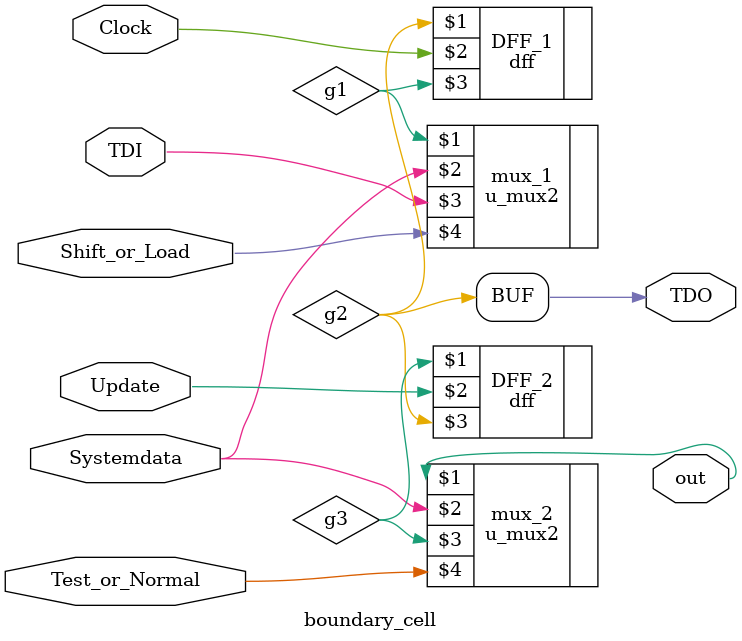
<source format=v>
module boundary_cell(Systemdata, TDI, Clock, Update, TDO, Shift_or_Load, Test_or_Normal, out);
    input Systemdata, TDI, Clock, Update, Test_or_Normal, Shift_or_Load;
    output TDO, out;
    wire g1, g2, g3;
    u_mux2 mux_1(g1, Systemdata, TDI, Shift_or_Load);
    u_mux2 mux_2(out, Systemdata, g3, Test_or_Normal);
    dff DFF_1(g2, Clock, g1);
    dff DFF_2(g3, Update, g2);
    assign TDO = g2;
endmodule




</source>
